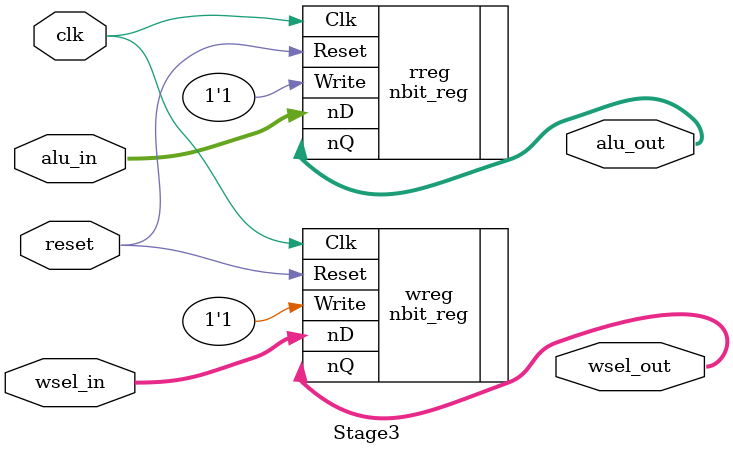
<source format=v>
`timescale 1ns / 1ps
module Stage3(
	alu_in,
	wsel_in,
	alu_out,
	wsel_out,
	clk,
	reset
    );
parameter BITS=32;
parameter RSELW=5;
input clk, reset;
input [BITS-1:0] alu_in;
input [RSELW-1:0] wsel_in;

output [BITS-1:0] alu_out;
output [RSELW-1:0] wsel_out;

nbit_reg #(BITS) rreg(
	.nD(alu_in),
	.nQ(alu_out),
	.Write(1'b1),
	.Clk(clk),
	.Reset(reset)
);

nbit_reg #(RSELW) wreg(
	.nD(wsel_in),
	.nQ(wsel_out),
	.Write(1'b1),
	.Clk(clk),
	.Reset(reset)
);
endmodule

</source>
